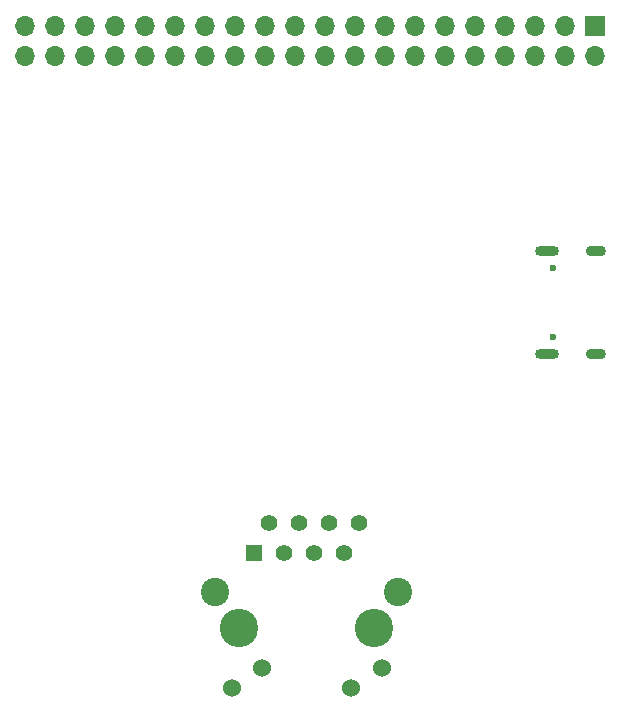
<source format=gbr>
%TF.GenerationSoftware,KiCad,Pcbnew,6.0.2+dfsg-1*%
%TF.CreationDate,2023-01-15T14:43:10-05:00*%
%TF.ProjectId,wiz5500-clone-basic,77697a35-3530-4302-9d63-6c6f6e652d62,rev?*%
%TF.SameCoordinates,Original*%
%TF.FileFunction,Soldermask,Bot*%
%TF.FilePolarity,Negative*%
%FSLAX46Y46*%
G04 Gerber Fmt 4.6, Leading zero omitted, Abs format (unit mm)*
G04 Created by KiCad (PCBNEW 6.0.2+dfsg-1) date 2023-01-15 14:43:10*
%MOMM*%
%LPD*%
G01*
G04 APERTURE LIST*
%ADD10C,3.250000*%
%ADD11R,1.408000X1.408000*%
%ADD12C,1.408000*%
%ADD13C,1.530000*%
%ADD14C,2.400000*%
%ADD15R,1.700000X1.700000*%
%ADD16O,1.700000X1.700000*%
%ADD17C,0.600000*%
%ADD18O,2.000000X0.900000*%
%ADD19O,1.700000X0.900000*%
G04 APERTURE END LIST*
D10*
%TO.C,P1*%
X90805000Y-147320000D03*
X79375000Y-147320000D03*
D11*
X80645000Y-140970000D03*
D12*
X81915000Y-138430000D03*
X83185000Y-140970000D03*
X84455000Y-138430000D03*
X85725000Y-140970000D03*
X86995000Y-138430000D03*
X88265000Y-140970000D03*
X89535000Y-138430000D03*
D13*
X78765000Y-152400000D03*
X81332000Y-150700000D03*
X88848000Y-152400000D03*
X91415000Y-150700000D03*
D14*
X77340000Y-144270000D03*
X92840000Y-144270000D03*
%TD*%
D15*
%TO.C,J2*%
X109474000Y-96393000D03*
D16*
X109474000Y-98933000D03*
X106934000Y-96393000D03*
X106934000Y-98933000D03*
X104394000Y-96393000D03*
X104394000Y-98933000D03*
X101854000Y-96393000D03*
X101854000Y-98933000D03*
X99314000Y-96393000D03*
X99314000Y-98933000D03*
X96774000Y-96393000D03*
X96774000Y-98933000D03*
X94234000Y-96393000D03*
X94234000Y-98933000D03*
X91694000Y-96393000D03*
X91694000Y-98933000D03*
X89154000Y-96393000D03*
X89154000Y-98933000D03*
X86614000Y-96393000D03*
X86614000Y-98933000D03*
X84074000Y-96393000D03*
X84074000Y-98933000D03*
X81534000Y-96393000D03*
X81534000Y-98933000D03*
X78994000Y-96393000D03*
X78994000Y-98933000D03*
X76454000Y-96393000D03*
X76454000Y-98933000D03*
X73914000Y-96393000D03*
X73914000Y-98933000D03*
X71374000Y-96393000D03*
X71374000Y-98933000D03*
X68834000Y-96393000D03*
X68834000Y-98933000D03*
X66294000Y-96393000D03*
X66294000Y-98933000D03*
X63754000Y-96393000D03*
X63754000Y-98933000D03*
X61214000Y-96393000D03*
X61214000Y-98933000D03*
%TD*%
D17*
%TO.C,J1*%
X105921000Y-122651000D03*
X105921000Y-116871000D03*
D18*
X105431000Y-124086000D03*
X105431000Y-115436000D03*
D19*
X109601000Y-124086000D03*
X109601000Y-115436000D03*
%TD*%
M02*

</source>
